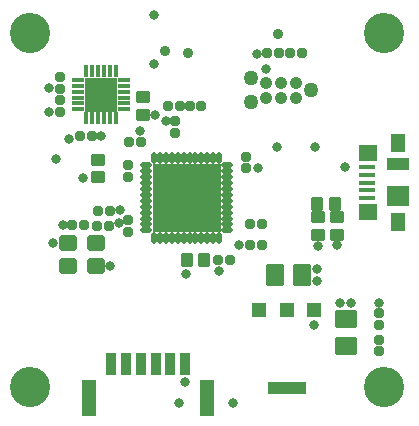
<source format=gbr>
%TF.GenerationSoftware,Altium Limited,Altium Designer,24.6.1 (21)*%
G04 Layer_Color=8388736*
%FSLAX45Y45*%
%MOMM*%
%TF.SameCoordinates,4B1D9C49-5ED8-45E5-B71D-261F0C762659*%
%TF.FilePolarity,Negative*%
%TF.FileFunction,Soldermask,Top*%
%TF.Part,Single*%
G01*
G75*
%TA.AperFunction,ConnectorPad*%
%ADD19R,1.30000X1.65000*%
%ADD20R,1.90000X1.80000*%
%ADD21R,1.90000X1.00000*%
%ADD22R,1.55000X1.42500*%
%ADD23R,1.38000X0.45000*%
%TA.AperFunction,SMDPad,CuDef*%
%ADD25R,1.25000X1.25000*%
%ADD29R,3.18213X1.00429*%
%TA.AperFunction,ConnectorPad*%
%ADD51R,1.20320X3.10320*%
%ADD52R,0.85320X1.90320*%
%TA.AperFunction,SMDPad,CuDef*%
G04:AMPARAMS|DCode=53|XSize=1.0032mm|YSize=1.2032mm|CornerRadius=0.2016mm|HoleSize=0mm|Usage=FLASHONLY|Rotation=90.000|XOffset=0mm|YOffset=0mm|HoleType=Round|Shape=RoundedRectangle|*
%AMROUNDEDRECTD53*
21,1,1.00320,0.80000,0,0,90.0*
21,1,0.60000,1.20320,0,0,90.0*
1,1,0.40320,0.40000,0.30000*
1,1,0.40320,0.40000,-0.30000*
1,1,0.40320,-0.40000,-0.30000*
1,1,0.40320,-0.40000,0.30000*
%
%ADD53ROUNDEDRECTD53*%
%ADD54R,0.45320X1.00320*%
%ADD55R,1.00320X0.45320*%
%ADD56R,2.80320X2.90320*%
G04:AMPARAMS|DCode=57|XSize=0.8032mm|YSize=0.9032mm|CornerRadius=0.1766mm|HoleSize=0mm|Usage=FLASHONLY|Rotation=270.000|XOffset=0mm|YOffset=0mm|HoleType=Round|Shape=RoundedRectangle|*
%AMROUNDEDRECTD57*
21,1,0.80320,0.55000,0,0,270.0*
21,1,0.45000,0.90320,0,0,270.0*
1,1,0.35320,-0.27500,-0.22500*
1,1,0.35320,-0.27500,0.22500*
1,1,0.35320,0.27500,0.22500*
1,1,0.35320,0.27500,-0.22500*
%
%ADD57ROUNDEDRECTD57*%
G04:AMPARAMS|DCode=58|XSize=0.8032mm|YSize=0.9032mm|CornerRadius=0.1766mm|HoleSize=0mm|Usage=FLASHONLY|Rotation=180.000|XOffset=0mm|YOffset=0mm|HoleType=Round|Shape=RoundedRectangle|*
%AMROUNDEDRECTD58*
21,1,0.80320,0.55000,0,0,180.0*
21,1,0.45000,0.90320,0,0,180.0*
1,1,0.35320,-0.22500,0.27500*
1,1,0.35320,0.22500,0.27500*
1,1,0.35320,0.22500,-0.27500*
1,1,0.35320,-0.22500,-0.27500*
%
%ADD58ROUNDEDRECTD58*%
G04:AMPARAMS|DCode=59|XSize=1.0032mm|YSize=1.2032mm|CornerRadius=0.2016mm|HoleSize=0mm|Usage=FLASHONLY|Rotation=180.000|XOffset=0mm|YOffset=0mm|HoleType=Round|Shape=RoundedRectangle|*
%AMROUNDEDRECTD59*
21,1,1.00320,0.80000,0,0,180.0*
21,1,0.60000,1.20320,0,0,180.0*
1,1,0.40320,-0.30000,0.40000*
1,1,0.40320,0.30000,0.40000*
1,1,0.40320,0.30000,-0.40000*
1,1,0.40320,-0.30000,-0.40000*
%
%ADD59ROUNDEDRECTD59*%
%ADD60R,5.80320X5.80320*%
%ADD61O,0.45320X1.00320*%
%ADD62O,1.00320X0.45320*%
G04:AMPARAMS|DCode=63|XSize=1.6032mm|YSize=1.9032mm|CornerRadius=0.2766mm|HoleSize=0mm|Usage=FLASHONLY|Rotation=270.000|XOffset=0mm|YOffset=0mm|HoleType=Round|Shape=RoundedRectangle|*
%AMROUNDEDRECTD63*
21,1,1.60320,1.35000,0,0,270.0*
21,1,1.05000,1.90320,0,0,270.0*
1,1,0.55320,-0.67500,-0.52500*
1,1,0.55320,-0.67500,0.52500*
1,1,0.55320,0.67500,0.52500*
1,1,0.55320,0.67500,-0.52500*
%
%ADD63ROUNDEDRECTD63*%
G04:AMPARAMS|DCode=64|XSize=1.6032mm|YSize=1.9032mm|CornerRadius=0.2766mm|HoleSize=0mm|Usage=FLASHONLY|Rotation=180.000|XOffset=0mm|YOffset=0mm|HoleType=Round|Shape=RoundedRectangle|*
%AMROUNDEDRECTD64*
21,1,1.60320,1.35000,0,0,180.0*
21,1,1.05000,1.90320,0,0,180.0*
1,1,0.55320,-0.52500,0.67500*
1,1,0.55320,0.52500,0.67500*
1,1,0.55320,0.52500,-0.67500*
1,1,0.55320,-0.52500,-0.67500*
%
%ADD64ROUNDEDRECTD64*%
G04:AMPARAMS|DCode=65|XSize=1.5032mm|YSize=1.3032mm|CornerRadius=0.1566mm|HoleSize=0mm|Usage=FLASHONLY|Rotation=0.000|XOffset=0mm|YOffset=0mm|HoleType=Round|Shape=RoundedRectangle|*
%AMROUNDEDRECTD65*
21,1,1.50320,0.99000,0,0,0.0*
21,1,1.19000,1.30320,0,0,0.0*
1,1,0.31320,0.59500,-0.49500*
1,1,0.31320,-0.59500,-0.49500*
1,1,0.31320,-0.59500,0.49500*
1,1,0.31320,0.59500,0.49500*
%
%ADD65ROUNDEDRECTD65*%
%TA.AperFunction,BGAPad,CuDef*%
%ADD66C,1.06620*%
%TA.AperFunction,ViaPad*%
%ADD67C,3.40320*%
%TA.AperFunction,ComponentPad*%
%ADD68C,1.27020*%
%TA.AperFunction,ViaPad*%
%ADD69C,0.80320*%
%ADD70C,0.90320*%
%ADD71C,0.70320*%
D19*
X11416000Y7692500D02*
D03*
Y8367500D02*
D03*
D20*
Y7915000D02*
D03*
D21*
Y8185000D02*
D03*
D22*
X11158500Y7781250D02*
D03*
Y8278750D02*
D03*
D23*
X11150000Y7900000D02*
D03*
Y7965000D02*
D03*
Y8030000D02*
D03*
Y8095000D02*
D03*
Y8160000D02*
D03*
D25*
X10700000Y6950000D02*
D03*
X10471000D02*
D03*
X10242000D02*
D03*
D29*
X10471000Y6291000D02*
D03*
D51*
X9797500Y6210000D02*
D03*
X8802500D02*
D03*
D52*
X9612500Y6490000D02*
D03*
X9237500D02*
D03*
X9487500D02*
D03*
X9362500D02*
D03*
X9112500D02*
D03*
X8987500D02*
D03*
D53*
X9260000Y8755000D02*
D03*
Y8605000D02*
D03*
X10737500Y7585000D02*
D03*
Y7735000D02*
D03*
X10897500Y7590000D02*
D03*
Y7740000D02*
D03*
X8875000Y8075000D02*
D03*
Y8225000D02*
D03*
D54*
X9025000Y8975000D02*
D03*
X8975000D02*
D03*
X8925000D02*
D03*
X8875000D02*
D03*
X8825000D02*
D03*
X8775000D02*
D03*
X9025000Y8575000D02*
D03*
X8975000D02*
D03*
X8925000D02*
D03*
X8875000D02*
D03*
X8825000D02*
D03*
X8775000D02*
D03*
D55*
X8702500Y8900000D02*
D03*
Y8850000D02*
D03*
Y8800000D02*
D03*
Y8750000D02*
D03*
Y8700000D02*
D03*
Y8650000D02*
D03*
X9097500Y8900000D02*
D03*
Y8850000D02*
D03*
Y8800000D02*
D03*
Y8750000D02*
D03*
Y8700000D02*
D03*
Y8650000D02*
D03*
D56*
X8900000Y8775000D02*
D03*
D57*
X9525000Y8550000D02*
D03*
Y8450000D02*
D03*
X8550000Y8825000D02*
D03*
Y8925000D02*
D03*
Y8625000D02*
D03*
Y8725000D02*
D03*
X10125000Y8250000D02*
D03*
Y8150000D02*
D03*
X9125000Y8175000D02*
D03*
Y8075000D02*
D03*
X9130000Y7610000D02*
D03*
Y7710000D02*
D03*
X11250000Y6600000D02*
D03*
Y6700000D02*
D03*
Y6825000D02*
D03*
Y6925000D02*
D03*
D58*
X9570000Y8675000D02*
D03*
X9470000D02*
D03*
X9650000D02*
D03*
X9750000D02*
D03*
X9240000Y8370000D02*
D03*
X9140000D02*
D03*
X9995000Y7375000D02*
D03*
X9895000D02*
D03*
X8725000Y8425000D02*
D03*
X8825000D02*
D03*
X10260000Y7500000D02*
D03*
X10160000D02*
D03*
X10260000Y7675000D02*
D03*
X10160000D02*
D03*
X10600000Y9125000D02*
D03*
X10500000D02*
D03*
X8977500Y7790000D02*
D03*
X8877500D02*
D03*
X10410000Y9125000D02*
D03*
X10310000D02*
D03*
X8867500Y7665000D02*
D03*
X8967500D02*
D03*
X8752500Y7670000D02*
D03*
X8652500D02*
D03*
D59*
X10732500Y7845000D02*
D03*
X10882500D02*
D03*
X9625000Y7375000D02*
D03*
X9775000D02*
D03*
D60*
X9625000Y7900000D02*
D03*
D61*
X9350000Y8240000D02*
D03*
X9400000D02*
D03*
X9450000D02*
D03*
X9500000D02*
D03*
X9550000D02*
D03*
X9600000D02*
D03*
X9650000D02*
D03*
X9700000D02*
D03*
X9750000D02*
D03*
X9800000D02*
D03*
X9850000D02*
D03*
X9900000D02*
D03*
Y7560000D02*
D03*
X9850000D02*
D03*
X9800000D02*
D03*
X9750000D02*
D03*
X9700000D02*
D03*
X9650000D02*
D03*
X9600000D02*
D03*
X9550000D02*
D03*
X9500000D02*
D03*
X9450000D02*
D03*
X9400000D02*
D03*
X9350000D02*
D03*
D62*
X9965000Y8175000D02*
D03*
Y8125000D02*
D03*
Y8075000D02*
D03*
Y8025000D02*
D03*
Y7975000D02*
D03*
Y7925000D02*
D03*
Y7875000D02*
D03*
Y7825000D02*
D03*
Y7775000D02*
D03*
Y7725000D02*
D03*
Y7675000D02*
D03*
Y7625000D02*
D03*
X9285000D02*
D03*
Y7675000D02*
D03*
Y7725000D02*
D03*
Y7775000D02*
D03*
Y7825000D02*
D03*
Y7875000D02*
D03*
Y7925000D02*
D03*
Y7975000D02*
D03*
Y8025000D02*
D03*
Y8075000D02*
D03*
Y8125000D02*
D03*
Y8175000D02*
D03*
D63*
X10975000Y6878600D02*
D03*
Y6650000D02*
D03*
D64*
X10600000Y7250000D02*
D03*
X10371400D02*
D03*
D65*
X8855000Y7327500D02*
D03*
Y7517500D02*
D03*
X8625000Y7327500D02*
D03*
Y7517500D02*
D03*
D66*
X10298000Y8750000D02*
D03*
X10425000D02*
D03*
X10552000D02*
D03*
X10298000Y8877000D02*
D03*
X10425000D02*
D03*
X10552000D02*
D03*
D67*
X8300000Y6300000D02*
D03*
Y9300000D02*
D03*
X11300000D02*
D03*
Y6300000D02*
D03*
D68*
X10171000Y8915100D02*
D03*
Y8711900D02*
D03*
X10679000Y8813500D02*
D03*
D69*
X10017500Y6162500D02*
D03*
X9560000Y6160000D02*
D03*
X9350000Y9030000D02*
D03*
Y9450000D02*
D03*
X9360000Y8600000D02*
D03*
X10710000Y8330000D02*
D03*
X10970000Y8160000D02*
D03*
X10390000Y8330000D02*
D03*
X8630000Y8400000D02*
D03*
X8520000Y8230000D02*
D03*
X8973757Y7327500D02*
D03*
X8492500Y7517500D02*
D03*
X8460000Y8630000D02*
D03*
X10920000Y7010000D02*
D03*
X11020000D02*
D03*
X10730000Y7300000D02*
D03*
Y7200000D02*
D03*
X10300000Y8990000D02*
D03*
X10220000Y9120000D02*
D03*
X10230000Y8150000D02*
D03*
X9050000Y7690000D02*
D03*
X9611250Y6341250D02*
D03*
X11250000Y7010000D02*
D03*
X10700000Y6820000D02*
D03*
X10740000Y7490000D02*
D03*
X10900000Y7500000D02*
D03*
X10070000D02*
D03*
X9620000Y7260000D02*
D03*
X9900000Y7280000D02*
D03*
X8580000Y7670000D02*
D03*
X8750000Y8070000D02*
D03*
X9230000Y8470000D02*
D03*
X8460000Y8830000D02*
D03*
X9450000Y8550000D02*
D03*
X8900000Y8420000D02*
D03*
X9057500Y7800000D02*
D03*
D70*
X9440000Y9140000D02*
D03*
X9640000Y9130000D02*
D03*
X10400000Y9290000D02*
D03*
D71*
X8845000Y8830000D02*
D03*
Y8720000D02*
D03*
X8955000D02*
D03*
Y8830000D02*
D03*
X9845000Y7680000D02*
D03*
X9735000D02*
D03*
X9625000D02*
D03*
X9515000D02*
D03*
X9405000D02*
D03*
X9845000Y7790000D02*
D03*
X9735000D02*
D03*
X9625000D02*
D03*
X9515000D02*
D03*
X9405000D02*
D03*
X9845000Y7900000D02*
D03*
X9735000D02*
D03*
X9625000D02*
D03*
X9515000D02*
D03*
X9405000D02*
D03*
X9845000Y8010000D02*
D03*
X9735000D02*
D03*
X9625000D02*
D03*
X9515000D02*
D03*
X9405000D02*
D03*
X9845000Y8120000D02*
D03*
X9735000D02*
D03*
X9625000D02*
D03*
X9515000D02*
D03*
X9405000D02*
D03*
%TF.MD5,c81173a1c93c0581be8f962f5d1e27f8*%
M02*

</source>
